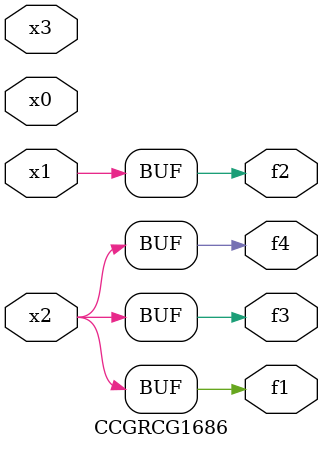
<source format=v>
module CCGRCG1686(
	input x0, x1, x2, x3,
	output f1, f2, f3, f4
);
	assign f1 = x2;
	assign f2 = x1;
	assign f3 = x2;
	assign f4 = x2;
endmodule

</source>
